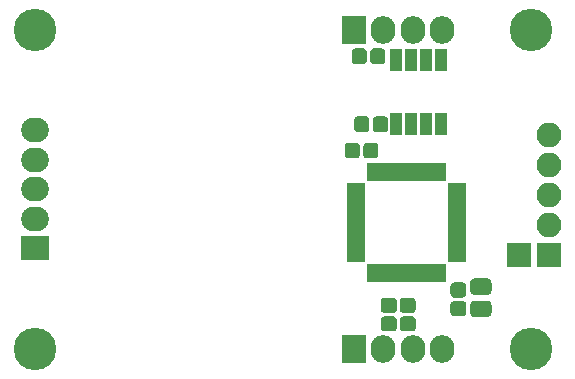
<source format=gbs>
G04 #@! TF.GenerationSoftware,KiCad,Pcbnew,(5.0.0)*
G04 #@! TF.CreationDate,2019-02-21T23:12:31-08:00*
G04 #@! TF.ProjectId,bms4_f051,626D73345F663035312E6B696361645F,rev?*
G04 #@! TF.SameCoordinates,Original*
G04 #@! TF.FileFunction,Soldermask,Bot*
G04 #@! TF.FilePolarity,Negative*
%FSLAX46Y46*%
G04 Gerber Fmt 4.6, Leading zero omitted, Abs format (unit mm)*
G04 Created by KiCad (PCBNEW (5.0.0)) date 02/21/19 23:12:31*
%MOMM*%
%LPD*%
G01*
G04 APERTURE LIST*
%ADD10C,0.100000*%
%ADD11C,1.275000*%
%ADD12C,1.375000*%
%ADD13O,2.100000X2.350000*%
%ADD14R,2.100000X2.350000*%
%ADD15R,2.350000X2.100000*%
%ADD16O,2.350000X2.100000*%
%ADD17R,2.100000X2.100000*%
%ADD18O,2.100000X2.100000*%
%ADD19R,1.000000X1.950000*%
%ADD20C,3.600000*%
%ADD21R,1.000000X1.600000*%
%ADD22R,1.600000X1.000000*%
G04 APERTURE END LIST*
D10*
G04 #@! TO.C,C10*
G36*
X135942859Y-128268818D02*
X135973801Y-128273408D01*
X136004144Y-128281008D01*
X136033596Y-128291546D01*
X136061874Y-128304921D01*
X136088704Y-128321002D01*
X136113829Y-128339636D01*
X136137006Y-128360643D01*
X136158013Y-128383820D01*
X136176647Y-128408945D01*
X136192728Y-128435775D01*
X136206103Y-128464053D01*
X136216641Y-128493505D01*
X136224241Y-128523848D01*
X136228831Y-128554790D01*
X136230366Y-128586033D01*
X136230366Y-129223533D01*
X136228831Y-129254776D01*
X136224241Y-129285718D01*
X136216641Y-129316061D01*
X136206103Y-129345513D01*
X136192728Y-129373791D01*
X136176647Y-129400621D01*
X136158013Y-129425746D01*
X136137006Y-129448923D01*
X136113829Y-129469930D01*
X136088704Y-129488564D01*
X136061874Y-129504645D01*
X136033596Y-129518020D01*
X136004144Y-129528558D01*
X135973801Y-129536158D01*
X135942859Y-129540748D01*
X135911616Y-129542283D01*
X135199116Y-129542283D01*
X135167873Y-129540748D01*
X135136931Y-129536158D01*
X135106588Y-129528558D01*
X135077136Y-129518020D01*
X135048858Y-129504645D01*
X135022028Y-129488564D01*
X134996903Y-129469930D01*
X134973726Y-129448923D01*
X134952719Y-129425746D01*
X134934085Y-129400621D01*
X134918004Y-129373791D01*
X134904629Y-129345513D01*
X134894091Y-129316061D01*
X134886491Y-129285718D01*
X134881901Y-129254776D01*
X134880366Y-129223533D01*
X134880366Y-128586033D01*
X134881901Y-128554790D01*
X134886491Y-128523848D01*
X134894091Y-128493505D01*
X134904629Y-128464053D01*
X134918004Y-128435775D01*
X134934085Y-128408945D01*
X134952719Y-128383820D01*
X134973726Y-128360643D01*
X134996903Y-128339636D01*
X135022028Y-128321002D01*
X135048858Y-128304921D01*
X135077136Y-128291546D01*
X135106588Y-128281008D01*
X135136931Y-128273408D01*
X135167873Y-128268818D01*
X135199116Y-128267283D01*
X135911616Y-128267283D01*
X135942859Y-128268818D01*
X135942859Y-128268818D01*
G37*
D11*
X135555366Y-128904783D03*
D10*
G36*
X135942859Y-126693818D02*
X135973801Y-126698408D01*
X136004144Y-126706008D01*
X136033596Y-126716546D01*
X136061874Y-126729921D01*
X136088704Y-126746002D01*
X136113829Y-126764636D01*
X136137006Y-126785643D01*
X136158013Y-126808820D01*
X136176647Y-126833945D01*
X136192728Y-126860775D01*
X136206103Y-126889053D01*
X136216641Y-126918505D01*
X136224241Y-126948848D01*
X136228831Y-126979790D01*
X136230366Y-127011033D01*
X136230366Y-127648533D01*
X136228831Y-127679776D01*
X136224241Y-127710718D01*
X136216641Y-127741061D01*
X136206103Y-127770513D01*
X136192728Y-127798791D01*
X136176647Y-127825621D01*
X136158013Y-127850746D01*
X136137006Y-127873923D01*
X136113829Y-127894930D01*
X136088704Y-127913564D01*
X136061874Y-127929645D01*
X136033596Y-127943020D01*
X136004144Y-127953558D01*
X135973801Y-127961158D01*
X135942859Y-127965748D01*
X135911616Y-127967283D01*
X135199116Y-127967283D01*
X135167873Y-127965748D01*
X135136931Y-127961158D01*
X135106588Y-127953558D01*
X135077136Y-127943020D01*
X135048858Y-127929645D01*
X135022028Y-127913564D01*
X134996903Y-127894930D01*
X134973726Y-127873923D01*
X134952719Y-127850746D01*
X134934085Y-127825621D01*
X134918004Y-127798791D01*
X134904629Y-127770513D01*
X134894091Y-127741061D01*
X134886491Y-127710718D01*
X134881901Y-127679776D01*
X134880366Y-127648533D01*
X134880366Y-127011033D01*
X134881901Y-126979790D01*
X134886491Y-126948848D01*
X134894091Y-126918505D01*
X134904629Y-126889053D01*
X134918004Y-126860775D01*
X134934085Y-126833945D01*
X134952719Y-126808820D01*
X134973726Y-126785643D01*
X134996903Y-126764636D01*
X135022028Y-126746002D01*
X135048858Y-126729921D01*
X135077136Y-126716546D01*
X135106588Y-126706008D01*
X135136931Y-126698408D01*
X135167873Y-126693818D01*
X135199116Y-126692283D01*
X135911616Y-126692283D01*
X135942859Y-126693818D01*
X135942859Y-126693818D01*
G37*
D11*
X135555366Y-127329783D03*
G04 #@! TD*
D10*
G04 #@! TO.C,C1*
G36*
X131812493Y-105576535D02*
X131843435Y-105581125D01*
X131873778Y-105588725D01*
X131903230Y-105599263D01*
X131931508Y-105612638D01*
X131958338Y-105628719D01*
X131983463Y-105647353D01*
X132006640Y-105668360D01*
X132027647Y-105691537D01*
X132046281Y-105716662D01*
X132062362Y-105743492D01*
X132075737Y-105771770D01*
X132086275Y-105801222D01*
X132093875Y-105831565D01*
X132098465Y-105862507D01*
X132100000Y-105893750D01*
X132100000Y-106606250D01*
X132098465Y-106637493D01*
X132093875Y-106668435D01*
X132086275Y-106698778D01*
X132075737Y-106728230D01*
X132062362Y-106756508D01*
X132046281Y-106783338D01*
X132027647Y-106808463D01*
X132006640Y-106831640D01*
X131983463Y-106852647D01*
X131958338Y-106871281D01*
X131931508Y-106887362D01*
X131903230Y-106900737D01*
X131873778Y-106911275D01*
X131843435Y-106918875D01*
X131812493Y-106923465D01*
X131781250Y-106925000D01*
X131143750Y-106925000D01*
X131112507Y-106923465D01*
X131081565Y-106918875D01*
X131051222Y-106911275D01*
X131021770Y-106900737D01*
X130993492Y-106887362D01*
X130966662Y-106871281D01*
X130941537Y-106852647D01*
X130918360Y-106831640D01*
X130897353Y-106808463D01*
X130878719Y-106783338D01*
X130862638Y-106756508D01*
X130849263Y-106728230D01*
X130838725Y-106698778D01*
X130831125Y-106668435D01*
X130826535Y-106637493D01*
X130825000Y-106606250D01*
X130825000Y-105893750D01*
X130826535Y-105862507D01*
X130831125Y-105831565D01*
X130838725Y-105801222D01*
X130849263Y-105771770D01*
X130862638Y-105743492D01*
X130878719Y-105716662D01*
X130897353Y-105691537D01*
X130918360Y-105668360D01*
X130941537Y-105647353D01*
X130966662Y-105628719D01*
X130993492Y-105612638D01*
X131021770Y-105599263D01*
X131051222Y-105588725D01*
X131081565Y-105581125D01*
X131112507Y-105576535D01*
X131143750Y-105575000D01*
X131781250Y-105575000D01*
X131812493Y-105576535D01*
X131812493Y-105576535D01*
G37*
D11*
X131462500Y-106250000D03*
D10*
G36*
X133387493Y-105576535D02*
X133418435Y-105581125D01*
X133448778Y-105588725D01*
X133478230Y-105599263D01*
X133506508Y-105612638D01*
X133533338Y-105628719D01*
X133558463Y-105647353D01*
X133581640Y-105668360D01*
X133602647Y-105691537D01*
X133621281Y-105716662D01*
X133637362Y-105743492D01*
X133650737Y-105771770D01*
X133661275Y-105801222D01*
X133668875Y-105831565D01*
X133673465Y-105862507D01*
X133675000Y-105893750D01*
X133675000Y-106606250D01*
X133673465Y-106637493D01*
X133668875Y-106668435D01*
X133661275Y-106698778D01*
X133650737Y-106728230D01*
X133637362Y-106756508D01*
X133621281Y-106783338D01*
X133602647Y-106808463D01*
X133581640Y-106831640D01*
X133558463Y-106852647D01*
X133533338Y-106871281D01*
X133506508Y-106887362D01*
X133478230Y-106900737D01*
X133448778Y-106911275D01*
X133418435Y-106918875D01*
X133387493Y-106923465D01*
X133356250Y-106925000D01*
X132718750Y-106925000D01*
X132687507Y-106923465D01*
X132656565Y-106918875D01*
X132626222Y-106911275D01*
X132596770Y-106900737D01*
X132568492Y-106887362D01*
X132541662Y-106871281D01*
X132516537Y-106852647D01*
X132493360Y-106831640D01*
X132472353Y-106808463D01*
X132453719Y-106783338D01*
X132437638Y-106756508D01*
X132424263Y-106728230D01*
X132413725Y-106698778D01*
X132406125Y-106668435D01*
X132401535Y-106637493D01*
X132400000Y-106606250D01*
X132400000Y-105893750D01*
X132401535Y-105862507D01*
X132406125Y-105831565D01*
X132413725Y-105801222D01*
X132424263Y-105771770D01*
X132437638Y-105743492D01*
X132453719Y-105716662D01*
X132472353Y-105691537D01*
X132493360Y-105668360D01*
X132516537Y-105647353D01*
X132541662Y-105628719D01*
X132568492Y-105612638D01*
X132596770Y-105599263D01*
X132626222Y-105588725D01*
X132656565Y-105581125D01*
X132687507Y-105576535D01*
X132718750Y-105575000D01*
X133356250Y-105575000D01*
X133387493Y-105576535D01*
X133387493Y-105576535D01*
G37*
D11*
X133037500Y-106250000D03*
G04 #@! TD*
D10*
G04 #@! TO.C,C2*
G36*
X133599993Y-111326535D02*
X133630935Y-111331125D01*
X133661278Y-111338725D01*
X133690730Y-111349263D01*
X133719008Y-111362638D01*
X133745838Y-111378719D01*
X133770963Y-111397353D01*
X133794140Y-111418360D01*
X133815147Y-111441537D01*
X133833781Y-111466662D01*
X133849862Y-111493492D01*
X133863237Y-111521770D01*
X133873775Y-111551222D01*
X133881375Y-111581565D01*
X133885965Y-111612507D01*
X133887500Y-111643750D01*
X133887500Y-112356250D01*
X133885965Y-112387493D01*
X133881375Y-112418435D01*
X133873775Y-112448778D01*
X133863237Y-112478230D01*
X133849862Y-112506508D01*
X133833781Y-112533338D01*
X133815147Y-112558463D01*
X133794140Y-112581640D01*
X133770963Y-112602647D01*
X133745838Y-112621281D01*
X133719008Y-112637362D01*
X133690730Y-112650737D01*
X133661278Y-112661275D01*
X133630935Y-112668875D01*
X133599993Y-112673465D01*
X133568750Y-112675000D01*
X132931250Y-112675000D01*
X132900007Y-112673465D01*
X132869065Y-112668875D01*
X132838722Y-112661275D01*
X132809270Y-112650737D01*
X132780992Y-112637362D01*
X132754162Y-112621281D01*
X132729037Y-112602647D01*
X132705860Y-112581640D01*
X132684853Y-112558463D01*
X132666219Y-112533338D01*
X132650138Y-112506508D01*
X132636763Y-112478230D01*
X132626225Y-112448778D01*
X132618625Y-112418435D01*
X132614035Y-112387493D01*
X132612500Y-112356250D01*
X132612500Y-111643750D01*
X132614035Y-111612507D01*
X132618625Y-111581565D01*
X132626225Y-111551222D01*
X132636763Y-111521770D01*
X132650138Y-111493492D01*
X132666219Y-111466662D01*
X132684853Y-111441537D01*
X132705860Y-111418360D01*
X132729037Y-111397353D01*
X132754162Y-111378719D01*
X132780992Y-111362638D01*
X132809270Y-111349263D01*
X132838722Y-111338725D01*
X132869065Y-111331125D01*
X132900007Y-111326535D01*
X132931250Y-111325000D01*
X133568750Y-111325000D01*
X133599993Y-111326535D01*
X133599993Y-111326535D01*
G37*
D11*
X133250000Y-112000000D03*
D10*
G36*
X132024993Y-111326535D02*
X132055935Y-111331125D01*
X132086278Y-111338725D01*
X132115730Y-111349263D01*
X132144008Y-111362638D01*
X132170838Y-111378719D01*
X132195963Y-111397353D01*
X132219140Y-111418360D01*
X132240147Y-111441537D01*
X132258781Y-111466662D01*
X132274862Y-111493492D01*
X132288237Y-111521770D01*
X132298775Y-111551222D01*
X132306375Y-111581565D01*
X132310965Y-111612507D01*
X132312500Y-111643750D01*
X132312500Y-112356250D01*
X132310965Y-112387493D01*
X132306375Y-112418435D01*
X132298775Y-112448778D01*
X132288237Y-112478230D01*
X132274862Y-112506508D01*
X132258781Y-112533338D01*
X132240147Y-112558463D01*
X132219140Y-112581640D01*
X132195963Y-112602647D01*
X132170838Y-112621281D01*
X132144008Y-112637362D01*
X132115730Y-112650737D01*
X132086278Y-112661275D01*
X132055935Y-112668875D01*
X132024993Y-112673465D01*
X131993750Y-112675000D01*
X131356250Y-112675000D01*
X131325007Y-112673465D01*
X131294065Y-112668875D01*
X131263722Y-112661275D01*
X131234270Y-112650737D01*
X131205992Y-112637362D01*
X131179162Y-112621281D01*
X131154037Y-112602647D01*
X131130860Y-112581640D01*
X131109853Y-112558463D01*
X131091219Y-112533338D01*
X131075138Y-112506508D01*
X131061763Y-112478230D01*
X131051225Y-112448778D01*
X131043625Y-112418435D01*
X131039035Y-112387493D01*
X131037500Y-112356250D01*
X131037500Y-111643750D01*
X131039035Y-111612507D01*
X131043625Y-111581565D01*
X131051225Y-111551222D01*
X131061763Y-111521770D01*
X131075138Y-111493492D01*
X131091219Y-111466662D01*
X131109853Y-111441537D01*
X131130860Y-111418360D01*
X131154037Y-111397353D01*
X131179162Y-111378719D01*
X131205992Y-111362638D01*
X131234270Y-111349263D01*
X131263722Y-111338725D01*
X131294065Y-111331125D01*
X131325007Y-111326535D01*
X131356250Y-111325000D01*
X131993750Y-111325000D01*
X132024993Y-111326535D01*
X132024993Y-111326535D01*
G37*
D11*
X131675000Y-112000000D03*
G04 #@! TD*
D10*
G04 #@! TO.C,C5*
G36*
X142345309Y-125056438D02*
X142378678Y-125061388D01*
X142411401Y-125069585D01*
X142443163Y-125080949D01*
X142473659Y-125095373D01*
X142502593Y-125112715D01*
X142529689Y-125132811D01*
X142554684Y-125155465D01*
X142577338Y-125180460D01*
X142597434Y-125207556D01*
X142614776Y-125236490D01*
X142629200Y-125266986D01*
X142640564Y-125298748D01*
X142648761Y-125331471D01*
X142653711Y-125364840D01*
X142655366Y-125398533D01*
X142655366Y-126086033D01*
X142653711Y-126119726D01*
X142648761Y-126153095D01*
X142640564Y-126185818D01*
X142629200Y-126217580D01*
X142614776Y-126248076D01*
X142597434Y-126277010D01*
X142577338Y-126304106D01*
X142554684Y-126329101D01*
X142529689Y-126351755D01*
X142502593Y-126371851D01*
X142473659Y-126389193D01*
X142443163Y-126403617D01*
X142411401Y-126414981D01*
X142378678Y-126423178D01*
X142345309Y-126428128D01*
X142311616Y-126429783D01*
X141199116Y-126429783D01*
X141165423Y-126428128D01*
X141132054Y-126423178D01*
X141099331Y-126414981D01*
X141067569Y-126403617D01*
X141037073Y-126389193D01*
X141008139Y-126371851D01*
X140981043Y-126351755D01*
X140956048Y-126329101D01*
X140933394Y-126304106D01*
X140913298Y-126277010D01*
X140895956Y-126248076D01*
X140881532Y-126217580D01*
X140870168Y-126185818D01*
X140861971Y-126153095D01*
X140857021Y-126119726D01*
X140855366Y-126086033D01*
X140855366Y-125398533D01*
X140857021Y-125364840D01*
X140861971Y-125331471D01*
X140870168Y-125298748D01*
X140881532Y-125266986D01*
X140895956Y-125236490D01*
X140913298Y-125207556D01*
X140933394Y-125180460D01*
X140956048Y-125155465D01*
X140981043Y-125132811D01*
X141008139Y-125112715D01*
X141037073Y-125095373D01*
X141067569Y-125080949D01*
X141099331Y-125069585D01*
X141132054Y-125061388D01*
X141165423Y-125056438D01*
X141199116Y-125054783D01*
X142311616Y-125054783D01*
X142345309Y-125056438D01*
X142345309Y-125056438D01*
G37*
D12*
X141755366Y-125742283D03*
D10*
G36*
X142345309Y-126931438D02*
X142378678Y-126936388D01*
X142411401Y-126944585D01*
X142443163Y-126955949D01*
X142473659Y-126970373D01*
X142502593Y-126987715D01*
X142529689Y-127007811D01*
X142554684Y-127030465D01*
X142577338Y-127055460D01*
X142597434Y-127082556D01*
X142614776Y-127111490D01*
X142629200Y-127141986D01*
X142640564Y-127173748D01*
X142648761Y-127206471D01*
X142653711Y-127239840D01*
X142655366Y-127273533D01*
X142655366Y-127961033D01*
X142653711Y-127994726D01*
X142648761Y-128028095D01*
X142640564Y-128060818D01*
X142629200Y-128092580D01*
X142614776Y-128123076D01*
X142597434Y-128152010D01*
X142577338Y-128179106D01*
X142554684Y-128204101D01*
X142529689Y-128226755D01*
X142502593Y-128246851D01*
X142473659Y-128264193D01*
X142443163Y-128278617D01*
X142411401Y-128289981D01*
X142378678Y-128298178D01*
X142345309Y-128303128D01*
X142311616Y-128304783D01*
X141199116Y-128304783D01*
X141165423Y-128303128D01*
X141132054Y-128298178D01*
X141099331Y-128289981D01*
X141067569Y-128278617D01*
X141037073Y-128264193D01*
X141008139Y-128246851D01*
X140981043Y-128226755D01*
X140956048Y-128204101D01*
X140933394Y-128179106D01*
X140913298Y-128152010D01*
X140895956Y-128123076D01*
X140881532Y-128092580D01*
X140870168Y-128060818D01*
X140861971Y-128028095D01*
X140857021Y-127994726D01*
X140855366Y-127961033D01*
X140855366Y-127273533D01*
X140857021Y-127239840D01*
X140861971Y-127206471D01*
X140870168Y-127173748D01*
X140881532Y-127141986D01*
X140895956Y-127111490D01*
X140913298Y-127082556D01*
X140933394Y-127055460D01*
X140956048Y-127030465D01*
X140981043Y-127007811D01*
X141008139Y-126987715D01*
X141037073Y-126970373D01*
X141067569Y-126955949D01*
X141099331Y-126944585D01*
X141132054Y-126936388D01*
X141165423Y-126931438D01*
X141199116Y-126929783D01*
X142311616Y-126929783D01*
X142345309Y-126931438D01*
X142345309Y-126931438D01*
G37*
D12*
X141755366Y-127617283D03*
G04 #@! TD*
D10*
G04 #@! TO.C,C7*
G36*
X140242859Y-125393818D02*
X140273801Y-125398408D01*
X140304144Y-125406008D01*
X140333596Y-125416546D01*
X140361874Y-125429921D01*
X140388704Y-125446002D01*
X140413829Y-125464636D01*
X140437006Y-125485643D01*
X140458013Y-125508820D01*
X140476647Y-125533945D01*
X140492728Y-125560775D01*
X140506103Y-125589053D01*
X140516641Y-125618505D01*
X140524241Y-125648848D01*
X140528831Y-125679790D01*
X140530366Y-125711033D01*
X140530366Y-126348533D01*
X140528831Y-126379776D01*
X140524241Y-126410718D01*
X140516641Y-126441061D01*
X140506103Y-126470513D01*
X140492728Y-126498791D01*
X140476647Y-126525621D01*
X140458013Y-126550746D01*
X140437006Y-126573923D01*
X140413829Y-126594930D01*
X140388704Y-126613564D01*
X140361874Y-126629645D01*
X140333596Y-126643020D01*
X140304144Y-126653558D01*
X140273801Y-126661158D01*
X140242859Y-126665748D01*
X140211616Y-126667283D01*
X139499116Y-126667283D01*
X139467873Y-126665748D01*
X139436931Y-126661158D01*
X139406588Y-126653558D01*
X139377136Y-126643020D01*
X139348858Y-126629645D01*
X139322028Y-126613564D01*
X139296903Y-126594930D01*
X139273726Y-126573923D01*
X139252719Y-126550746D01*
X139234085Y-126525621D01*
X139218004Y-126498791D01*
X139204629Y-126470513D01*
X139194091Y-126441061D01*
X139186491Y-126410718D01*
X139181901Y-126379776D01*
X139180366Y-126348533D01*
X139180366Y-125711033D01*
X139181901Y-125679790D01*
X139186491Y-125648848D01*
X139194091Y-125618505D01*
X139204629Y-125589053D01*
X139218004Y-125560775D01*
X139234085Y-125533945D01*
X139252719Y-125508820D01*
X139273726Y-125485643D01*
X139296903Y-125464636D01*
X139322028Y-125446002D01*
X139348858Y-125429921D01*
X139377136Y-125416546D01*
X139406588Y-125406008D01*
X139436931Y-125398408D01*
X139467873Y-125393818D01*
X139499116Y-125392283D01*
X140211616Y-125392283D01*
X140242859Y-125393818D01*
X140242859Y-125393818D01*
G37*
D11*
X139855366Y-126029783D03*
D10*
G36*
X140242859Y-126968818D02*
X140273801Y-126973408D01*
X140304144Y-126981008D01*
X140333596Y-126991546D01*
X140361874Y-127004921D01*
X140388704Y-127021002D01*
X140413829Y-127039636D01*
X140437006Y-127060643D01*
X140458013Y-127083820D01*
X140476647Y-127108945D01*
X140492728Y-127135775D01*
X140506103Y-127164053D01*
X140516641Y-127193505D01*
X140524241Y-127223848D01*
X140528831Y-127254790D01*
X140530366Y-127286033D01*
X140530366Y-127923533D01*
X140528831Y-127954776D01*
X140524241Y-127985718D01*
X140516641Y-128016061D01*
X140506103Y-128045513D01*
X140492728Y-128073791D01*
X140476647Y-128100621D01*
X140458013Y-128125746D01*
X140437006Y-128148923D01*
X140413829Y-128169930D01*
X140388704Y-128188564D01*
X140361874Y-128204645D01*
X140333596Y-128218020D01*
X140304144Y-128228558D01*
X140273801Y-128236158D01*
X140242859Y-128240748D01*
X140211616Y-128242283D01*
X139499116Y-128242283D01*
X139467873Y-128240748D01*
X139436931Y-128236158D01*
X139406588Y-128228558D01*
X139377136Y-128218020D01*
X139348858Y-128204645D01*
X139322028Y-128188564D01*
X139296903Y-128169930D01*
X139273726Y-128148923D01*
X139252719Y-128125746D01*
X139234085Y-128100621D01*
X139218004Y-128073791D01*
X139204629Y-128045513D01*
X139194091Y-128016061D01*
X139186491Y-127985718D01*
X139181901Y-127954776D01*
X139180366Y-127923533D01*
X139180366Y-127286033D01*
X139181901Y-127254790D01*
X139186491Y-127223848D01*
X139194091Y-127193505D01*
X139204629Y-127164053D01*
X139218004Y-127135775D01*
X139234085Y-127108945D01*
X139252719Y-127083820D01*
X139273726Y-127060643D01*
X139296903Y-127039636D01*
X139322028Y-127021002D01*
X139348858Y-127004921D01*
X139377136Y-126991546D01*
X139406588Y-126981008D01*
X139436931Y-126973408D01*
X139467873Y-126968818D01*
X139499116Y-126967283D01*
X140211616Y-126967283D01*
X140242859Y-126968818D01*
X140242859Y-126968818D01*
G37*
D11*
X139855366Y-127604783D03*
G04 #@! TD*
D13*
G04 #@! TO.C,J1*
X138500000Y-104000000D03*
X136000000Y-104000000D03*
X133500000Y-104000000D03*
D14*
X131000000Y-104000000D03*
G04 #@! TD*
D15*
G04 #@! TO.C,J2*
X104000000Y-122500000D03*
D16*
X104000000Y-120000000D03*
X104000000Y-117500000D03*
X104000000Y-115000000D03*
X104000000Y-112500000D03*
G04 #@! TD*
D17*
G04 #@! TO.C,J3*
X147500000Y-123100000D03*
D18*
X147500000Y-120560000D03*
X147500000Y-118020000D03*
X147500000Y-115480000D03*
X147500000Y-112940000D03*
G04 #@! TD*
D14*
G04 #@! TO.C,J4*
X131000000Y-131000000D03*
D13*
X133500000Y-131000000D03*
X136000000Y-131000000D03*
X138500000Y-131000000D03*
G04 #@! TD*
D19*
G04 #@! TO.C,U3*
X134595000Y-106550000D03*
X135865000Y-106550000D03*
X137135000Y-106550000D03*
X138405000Y-106550000D03*
X138405000Y-111950000D03*
X137135000Y-111950000D03*
X135865000Y-111950000D03*
X134595000Y-111950000D03*
G04 #@! TD*
D20*
G04 #@! TO.C,MH1*
X146000000Y-104000000D03*
G04 #@! TD*
G04 #@! TO.C,MH2*
X104000000Y-131000000D03*
G04 #@! TD*
G04 #@! TO.C,MH3*
X104000000Y-104000000D03*
G04 #@! TD*
G04 #@! TO.C,MH4*
X146000000Y-131000000D03*
G04 #@! TD*
D10*
G04 #@! TO.C,C11*
G36*
X134342859Y-126693818D02*
X134373801Y-126698408D01*
X134404144Y-126706008D01*
X134433596Y-126716546D01*
X134461874Y-126729921D01*
X134488704Y-126746002D01*
X134513829Y-126764636D01*
X134537006Y-126785643D01*
X134558013Y-126808820D01*
X134576647Y-126833945D01*
X134592728Y-126860775D01*
X134606103Y-126889053D01*
X134616641Y-126918505D01*
X134624241Y-126948848D01*
X134628831Y-126979790D01*
X134630366Y-127011033D01*
X134630366Y-127648533D01*
X134628831Y-127679776D01*
X134624241Y-127710718D01*
X134616641Y-127741061D01*
X134606103Y-127770513D01*
X134592728Y-127798791D01*
X134576647Y-127825621D01*
X134558013Y-127850746D01*
X134537006Y-127873923D01*
X134513829Y-127894930D01*
X134488704Y-127913564D01*
X134461874Y-127929645D01*
X134433596Y-127943020D01*
X134404144Y-127953558D01*
X134373801Y-127961158D01*
X134342859Y-127965748D01*
X134311616Y-127967283D01*
X133599116Y-127967283D01*
X133567873Y-127965748D01*
X133536931Y-127961158D01*
X133506588Y-127953558D01*
X133477136Y-127943020D01*
X133448858Y-127929645D01*
X133422028Y-127913564D01*
X133396903Y-127894930D01*
X133373726Y-127873923D01*
X133352719Y-127850746D01*
X133334085Y-127825621D01*
X133318004Y-127798791D01*
X133304629Y-127770513D01*
X133294091Y-127741061D01*
X133286491Y-127710718D01*
X133281901Y-127679776D01*
X133280366Y-127648533D01*
X133280366Y-127011033D01*
X133281901Y-126979790D01*
X133286491Y-126948848D01*
X133294091Y-126918505D01*
X133304629Y-126889053D01*
X133318004Y-126860775D01*
X133334085Y-126833945D01*
X133352719Y-126808820D01*
X133373726Y-126785643D01*
X133396903Y-126764636D01*
X133422028Y-126746002D01*
X133448858Y-126729921D01*
X133477136Y-126716546D01*
X133506588Y-126706008D01*
X133536931Y-126698408D01*
X133567873Y-126693818D01*
X133599116Y-126692283D01*
X134311616Y-126692283D01*
X134342859Y-126693818D01*
X134342859Y-126693818D01*
G37*
D11*
X133955366Y-127329783D03*
D10*
G36*
X134342859Y-128268818D02*
X134373801Y-128273408D01*
X134404144Y-128281008D01*
X134433596Y-128291546D01*
X134461874Y-128304921D01*
X134488704Y-128321002D01*
X134513829Y-128339636D01*
X134537006Y-128360643D01*
X134558013Y-128383820D01*
X134576647Y-128408945D01*
X134592728Y-128435775D01*
X134606103Y-128464053D01*
X134616641Y-128493505D01*
X134624241Y-128523848D01*
X134628831Y-128554790D01*
X134630366Y-128586033D01*
X134630366Y-129223533D01*
X134628831Y-129254776D01*
X134624241Y-129285718D01*
X134616641Y-129316061D01*
X134606103Y-129345513D01*
X134592728Y-129373791D01*
X134576647Y-129400621D01*
X134558013Y-129425746D01*
X134537006Y-129448923D01*
X134513829Y-129469930D01*
X134488704Y-129488564D01*
X134461874Y-129504645D01*
X134433596Y-129518020D01*
X134404144Y-129528558D01*
X134373801Y-129536158D01*
X134342859Y-129540748D01*
X134311616Y-129542283D01*
X133599116Y-129542283D01*
X133567873Y-129540748D01*
X133536931Y-129536158D01*
X133506588Y-129528558D01*
X133477136Y-129518020D01*
X133448858Y-129504645D01*
X133422028Y-129488564D01*
X133396903Y-129469930D01*
X133373726Y-129448923D01*
X133352719Y-129425746D01*
X133334085Y-129400621D01*
X133318004Y-129373791D01*
X133304629Y-129345513D01*
X133294091Y-129316061D01*
X133286491Y-129285718D01*
X133281901Y-129254776D01*
X133280366Y-129223533D01*
X133280366Y-128586033D01*
X133281901Y-128554790D01*
X133286491Y-128523848D01*
X133294091Y-128493505D01*
X133304629Y-128464053D01*
X133318004Y-128435775D01*
X133334085Y-128408945D01*
X133352719Y-128383820D01*
X133373726Y-128360643D01*
X133396903Y-128339636D01*
X133422028Y-128321002D01*
X133448858Y-128304921D01*
X133477136Y-128291546D01*
X133506588Y-128281008D01*
X133536931Y-128273408D01*
X133567873Y-128268818D01*
X133599116Y-128267283D01*
X134311616Y-128267283D01*
X134342859Y-128268818D01*
X134342859Y-128268818D01*
G37*
D11*
X133955366Y-128904783D03*
G04 #@! TD*
D10*
G04 #@! TO.C,C12*
G36*
X132792859Y-113543818D02*
X132823801Y-113548408D01*
X132854144Y-113556008D01*
X132883596Y-113566546D01*
X132911874Y-113579921D01*
X132938704Y-113596002D01*
X132963829Y-113614636D01*
X132987006Y-113635643D01*
X133008013Y-113658820D01*
X133026647Y-113683945D01*
X133042728Y-113710775D01*
X133056103Y-113739053D01*
X133066641Y-113768505D01*
X133074241Y-113798848D01*
X133078831Y-113829790D01*
X133080366Y-113861033D01*
X133080366Y-114573533D01*
X133078831Y-114604776D01*
X133074241Y-114635718D01*
X133066641Y-114666061D01*
X133056103Y-114695513D01*
X133042728Y-114723791D01*
X133026647Y-114750621D01*
X133008013Y-114775746D01*
X132987006Y-114798923D01*
X132963829Y-114819930D01*
X132938704Y-114838564D01*
X132911874Y-114854645D01*
X132883596Y-114868020D01*
X132854144Y-114878558D01*
X132823801Y-114886158D01*
X132792859Y-114890748D01*
X132761616Y-114892283D01*
X132124116Y-114892283D01*
X132092873Y-114890748D01*
X132061931Y-114886158D01*
X132031588Y-114878558D01*
X132002136Y-114868020D01*
X131973858Y-114854645D01*
X131947028Y-114838564D01*
X131921903Y-114819930D01*
X131898726Y-114798923D01*
X131877719Y-114775746D01*
X131859085Y-114750621D01*
X131843004Y-114723791D01*
X131829629Y-114695513D01*
X131819091Y-114666061D01*
X131811491Y-114635718D01*
X131806901Y-114604776D01*
X131805366Y-114573533D01*
X131805366Y-113861033D01*
X131806901Y-113829790D01*
X131811491Y-113798848D01*
X131819091Y-113768505D01*
X131829629Y-113739053D01*
X131843004Y-113710775D01*
X131859085Y-113683945D01*
X131877719Y-113658820D01*
X131898726Y-113635643D01*
X131921903Y-113614636D01*
X131947028Y-113596002D01*
X131973858Y-113579921D01*
X132002136Y-113566546D01*
X132031588Y-113556008D01*
X132061931Y-113548408D01*
X132092873Y-113543818D01*
X132124116Y-113542283D01*
X132761616Y-113542283D01*
X132792859Y-113543818D01*
X132792859Y-113543818D01*
G37*
D11*
X132442866Y-114217283D03*
D10*
G36*
X131217859Y-113543818D02*
X131248801Y-113548408D01*
X131279144Y-113556008D01*
X131308596Y-113566546D01*
X131336874Y-113579921D01*
X131363704Y-113596002D01*
X131388829Y-113614636D01*
X131412006Y-113635643D01*
X131433013Y-113658820D01*
X131451647Y-113683945D01*
X131467728Y-113710775D01*
X131481103Y-113739053D01*
X131491641Y-113768505D01*
X131499241Y-113798848D01*
X131503831Y-113829790D01*
X131505366Y-113861033D01*
X131505366Y-114573533D01*
X131503831Y-114604776D01*
X131499241Y-114635718D01*
X131491641Y-114666061D01*
X131481103Y-114695513D01*
X131467728Y-114723791D01*
X131451647Y-114750621D01*
X131433013Y-114775746D01*
X131412006Y-114798923D01*
X131388829Y-114819930D01*
X131363704Y-114838564D01*
X131336874Y-114854645D01*
X131308596Y-114868020D01*
X131279144Y-114878558D01*
X131248801Y-114886158D01*
X131217859Y-114890748D01*
X131186616Y-114892283D01*
X130549116Y-114892283D01*
X130517873Y-114890748D01*
X130486931Y-114886158D01*
X130456588Y-114878558D01*
X130427136Y-114868020D01*
X130398858Y-114854645D01*
X130372028Y-114838564D01*
X130346903Y-114819930D01*
X130323726Y-114798923D01*
X130302719Y-114775746D01*
X130284085Y-114750621D01*
X130268004Y-114723791D01*
X130254629Y-114695513D01*
X130244091Y-114666061D01*
X130236491Y-114635718D01*
X130231901Y-114604776D01*
X130230366Y-114573533D01*
X130230366Y-113861033D01*
X130231901Y-113829790D01*
X130236491Y-113798848D01*
X130244091Y-113768505D01*
X130254629Y-113739053D01*
X130268004Y-113710775D01*
X130284085Y-113683945D01*
X130302719Y-113658820D01*
X130323726Y-113635643D01*
X130346903Y-113614636D01*
X130372028Y-113596002D01*
X130398858Y-113579921D01*
X130427136Y-113566546D01*
X130456588Y-113556008D01*
X130486931Y-113548408D01*
X130517873Y-113543818D01*
X130549116Y-113542283D01*
X131186616Y-113542283D01*
X131217859Y-113543818D01*
X131217859Y-113543818D01*
G37*
D11*
X130867866Y-114217283D03*
G04 #@! TD*
D21*
G04 #@! TO.C,U4*
X138255366Y-124567283D03*
X137455366Y-124567283D03*
X136655366Y-124567283D03*
X135855366Y-124567283D03*
X135055366Y-124567283D03*
X134255366Y-124567283D03*
X133455366Y-124567283D03*
X132655366Y-124567283D03*
D22*
X131205366Y-123117283D03*
X131205366Y-122317283D03*
X131205366Y-121517283D03*
X131205366Y-120717283D03*
X131205366Y-119917283D03*
X131205366Y-119117283D03*
X131205366Y-118317283D03*
X131205366Y-117517283D03*
D21*
X132655366Y-116067283D03*
X133455366Y-116067283D03*
X134255366Y-116067283D03*
X135055366Y-116067283D03*
X135855366Y-116067283D03*
X136655366Y-116067283D03*
X137455366Y-116067283D03*
X138255366Y-116067283D03*
D22*
X139705366Y-117517283D03*
X139705366Y-118317283D03*
X139705366Y-119117283D03*
X139705366Y-119917283D03*
X139705366Y-120717283D03*
X139705366Y-121517283D03*
X139705366Y-122317283D03*
X139705366Y-123117283D03*
G04 #@! TD*
D17*
G04 #@! TO.C,J5*
X144960000Y-123100000D03*
G04 #@! TD*
M02*

</source>
